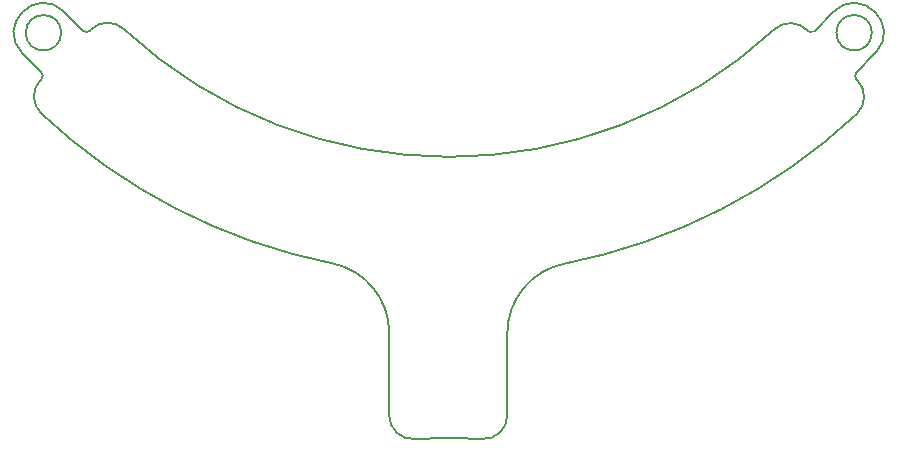
<source format=gbr>
%TF.GenerationSoftware,KiCad,Pcbnew,7.0.9*%
%TF.CreationDate,2025-01-15T22:01:12+09:00*%
%TF.ProjectId,line_front_back_robot2,6c696e65-5f66-4726-9f6e-74066261636b,rev?*%
%TF.SameCoordinates,Original*%
%TF.FileFunction,Profile,NP*%
%FSLAX46Y46*%
G04 Gerber Fmt 4.6, Leading zero omitted, Abs format (unit mm)*
G04 Created by KiCad (PCBNEW 7.0.9) date 2025-01-15 22:01:12*
%MOMM*%
%LPD*%
G01*
G04 APERTURE LIST*
%TA.AperFunction,Profile*%
%ADD10C,0.200000*%
%TD*%
G04 APERTURE END LIST*
D10*
X144094514Y-91067586D02*
G75*
G03*
X144141010Y-93941029I1414186J-1414214D01*
G01*
X208970212Y-86861670D02*
G75*
G03*
X206196915Y-86808612I-1414212J-1414230D01*
G01*
X213167338Y-93982147D02*
G75*
G03*
X213215543Y-91107066I-1365938J1460847D01*
G01*
X211149264Y-85357836D02*
X209627036Y-86941657D01*
X151114944Y-86771194D02*
G75*
G03*
X148339697Y-86822423I-1361044J-1465506D01*
G01*
X188435004Y-106643786D02*
G75*
G03*
X183594484Y-112530724I1159496J-5886914D01*
G01*
X151114953Y-86771185D02*
G75*
G03*
X206196914Y-86808611I27561157J29675455D01*
G01*
X214754160Y-88822539D02*
G75*
G03*
X211149264Y-85357836I-1802460J1732339D01*
G01*
X214451732Y-87090207D02*
G75*
G03*
X214451732Y-87090207I-1500000J0D01*
G01*
X213152272Y-90489324D02*
X214754200Y-88822578D01*
X144144780Y-91017340D02*
X144094524Y-91067596D01*
X142551099Y-88857974D02*
X144144780Y-90451654D01*
X181468562Y-121484131D02*
G75*
G03*
X175723881Y-121489129I-2833262J-44910769D01*
G01*
X213152270Y-90489322D02*
G75*
G03*
X213157824Y-91049346I288530J-277178D01*
G01*
X209055758Y-86947361D02*
G75*
G03*
X209627036Y-86941657I282842J282961D01*
G01*
X147680314Y-86916120D02*
X146086633Y-85322440D01*
X148339697Y-86822423D02*
X148245999Y-86916120D01*
X183594484Y-119488099D02*
X183594484Y-112530724D01*
X147680315Y-86916119D02*
G75*
G03*
X148245999Y-86916120I282842J282839D01*
G01*
X144141002Y-93941037D02*
G75*
G03*
X168771295Y-106614856I34534998J36845137D01*
G01*
X209055799Y-86947320D02*
X208970180Y-86861702D01*
X146086633Y-85322440D02*
G75*
G03*
X142551099Y-88857974I-1767767J-1767767D01*
G01*
X213215544Y-91107065D02*
X213157824Y-91049346D01*
X173594484Y-112498319D02*
X173594484Y-119493320D01*
X145818866Y-87090207D02*
G75*
G03*
X145818866Y-87090207I-1500000J0D01*
G01*
X181468563Y-121484115D02*
G75*
G03*
X183594484Y-119488099I125937J1996015D01*
G01*
X188435006Y-106643797D02*
G75*
G03*
X213167319Y-93982126I-9758806J49547997D01*
G01*
X144144783Y-91017343D02*
G75*
G03*
X144144780Y-90451654I-282883J282843D01*
G01*
X173594479Y-112498319D02*
G75*
G03*
X168771295Y-106614857I-5999979J19D01*
G01*
X173594482Y-119493320D02*
G75*
G03*
X175723881Y-121489129I2000018J20D01*
G01*
M02*

</source>
